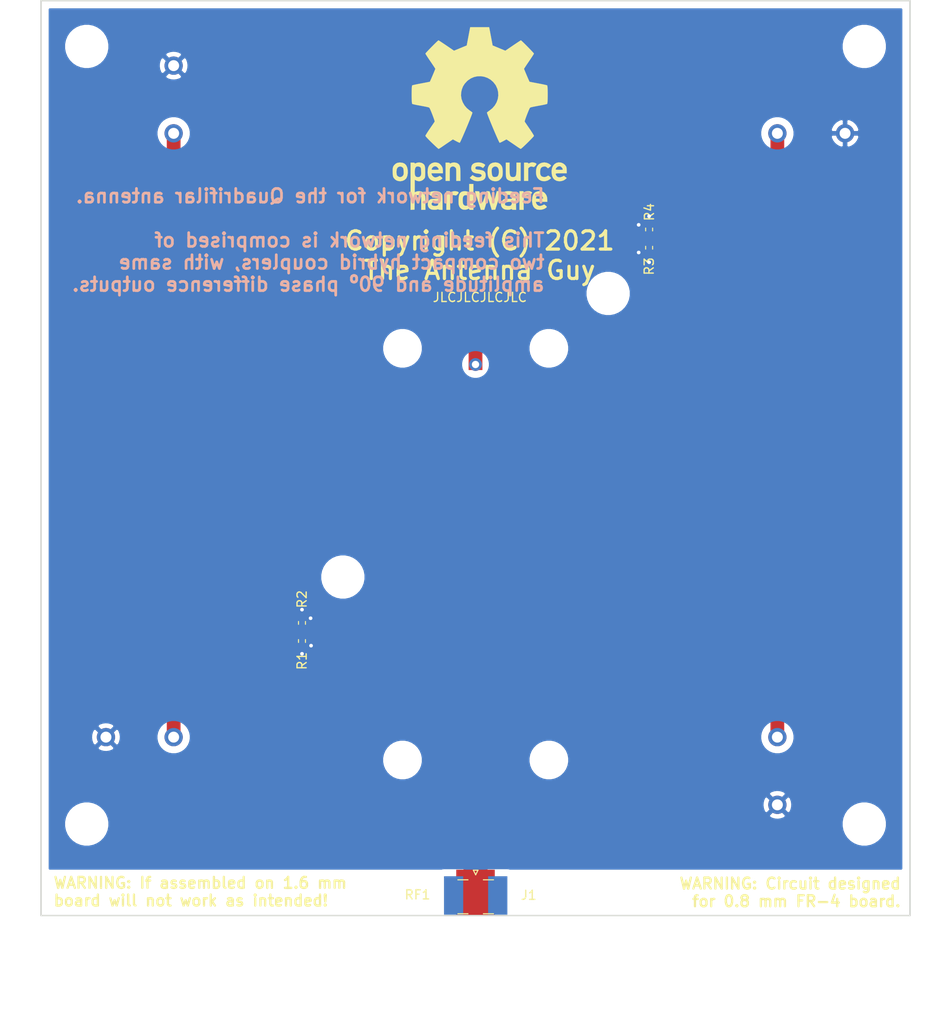
<source format=kicad_pcb>
(kicad_pcb (version 20211014) (generator pcbnew)
  (title_block (title "Quadrifilar antenna for UHF RFID - Part B") (rev "1.0") (company "The Antenna Guy"))
  (layers (0 "F.Cu" signal) (31 "B.Cu" signal) (34 "B.Paste" user) (35 "F.Paste" user) (36 "B.SilkS" user "B.Silkscreen") (37 "F.SilkS" user "F.Silkscreen") (38 "B.Mask" user) (39 "F.Mask" user) (44 "Edge.Cuts" user))
  (net 0 "")
  (net 1 "Net-(J1-Pad1)")
  (net 2 "GND")
  (net 3 "Net-(R1-Pad2)")
  (net 4 "Net-(R3-Pad1)")
  (net 5 "Net-(RF1-Pad7)")
  (net 6 "Net-(RF1-Pad6)")
  (net 7 "Net-(RF1-Pad5)")
  (net 8 "Net-(RF1-Pad4)")
  (net 9 "Net-(J1-Pad2)")
  (footprint "Resistor_SMD:R_0402_1005Metric" (layer "F.Cu") (at 127.254 95.4278 -90)
    (fp_text reference "R2" (at -2.5908 0 90) (layer "F.SilkS"))
    (fp_text value "100")
    (fp_line (start -0.153641 0.38) (end 0.153641 0.38) (layer "F.SilkS") (width 0.12))
    (fp_line (start -0.153641 -0.38) (end 0.153641 -0.38) (layer "F.SilkS") (width 0.12))
    (pad "1" smd roundrect locked (at -0.51 0 270) (size 0.54 0.64) (layers "F.Cu" "F.Paste" "F.Mask") (net 2 "GND"))
    (pad "2" smd roundrect locked (at 0.51 0 270) (size 0.54 0.64) (layers "F.Cu" "F.Paste" "F.Mask") (net 3 "Net-(R1-Pad2)"))
  )
  (footprint "Resistor_SMD:R_0402_1005Metric" (layer "F.Cu") (at 165.2016 54.4195 -90)
    (fp_text reference "R3" (at 2.032 0 90) (layer "F.SilkS"))
    (fp_text value "100")
    (fp_line (start -0.153641 -0.38) (end 0.153641 -0.38) (layer "F.SilkS") (width 0.12))
    (fp_line (start -0.153641 0.38) (end 0.153641 0.38) (layer "F.SilkS") (width 0.12))
    (pad "1" smd roundrect locked (at -0.51 0 270) (size 0.54 0.64) (layers "F.Cu" "F.Paste" "F.Mask") (net 4 "Net-(R3-Pad1)"))
    (pad "2" smd roundrect locked (at 0.51 0 270) (size 0.54 0.64) (layers "F.Cu" "F.Paste" "F.Mask") (net 2 "GND"))
  )
  (footprint "Resistor_SMD:R_0402_1005Metric" (layer "F.Cu") (at 165.2016 52.4256 90)
    (fp_text reference "R4" (at 1.905 0.0254 90) (layer "F.SilkS"))
    (fp_text value "100")
    (fp_line (start -0.153641 0.38) (end 0.153641 0.38) (layer "F.SilkS") (width 0.12))
    (fp_line (start -0.153641 -0.38) (end 0.153641 -0.38) (layer "F.SilkS") (width 0.12))
    (pad "1" smd roundrect locked (at -0.51 0 90) (size 0.54 0.64) (layers "F.Cu" "F.Paste" "F.Mask") (net 4 "Net-(R3-Pad1)"))
    (pad "2" smd roundrect locked (at 0.51 0 90) (size 0.54 0.64) (layers "F.Cu" "F.Paste" "F.Mask") (net 2 "GND"))
  )
  (footprint "Quadrifilar_antenna:feed_network" (layer "F.Cu") (at 146.084 73.494)
    (fp_text reference "RF1" (at -6.2062 51.6518) (layer "F.SilkS"))
    (fp_text value "feed_network")
    (fp_poly (pts (xy 26.138 -20.078) (xy 23.638 -20.078) (xy 23.638 -41.514238) (xy 26.138 -41.814238)) (layer "F.Cu") (width 0.01) (fill solid))
    (fp_poly (pts (xy 26.138 44.658238) (xy 23.638 44.358238) (xy 23.638 22.922) (xy 26.138 22.922)) (layer "F.Cu") (width 0.01) (fill solid))
    (fp_poly (pts (xy -19.862 -20.078) (xy -22.362 -20.078) (xy -22.362 -41.514238) (xy -23.362 -41.514238) (xy -25.862 -41.814238) (xy -19.862 -41.814238)) (layer "F.Cu") (width 0.01) (fill solid))
    (fp_poly (pts (xy 22.638 44.358238) (xy 23.638 44.358238) (xy 26.138 44.658238) (xy 20.138 44.658238) (xy 20.138 22.922) (xy 22.638 22.922)) (layer "F.Cu") (width 0.01) (fill solid))
    (fp_poly (pts (xy -23.362 -41.514238) (xy -23.362 -20.078) (xy -25.862 -20.078) (xy -25.862 -41.814238)) (layer "F.Cu") (width 0.01) (fill solid))
    (fp_poly (pts (xy 0.888 -5.710476) (xy -0.612 -5.710476) (xy -0.612 -19.328) (xy -21.512 -19.328) (xy -21.512 -20.828) (xy 0.888 -20.828)) (layer "F.Cu") (width 0.01) (fill solid))
    (fp_poly (pts (xy -32.112 -20.828) (xy -24.212 -20.828) (xy -24.212 -19.328) (xy -33.612 -19.328) (xy -33.612 -32.178) (xy -32.112 -32.178)) (layer "F.Cu") (width 0.01) (fill solid))
    (fp_poly (pts (xy 25.238 22.922) (xy 23.738 22.922) (xy 23.738 -20.078) (xy 25.238 -20.078)) (layer "F.Cu") (width 0.01) (fill solid))
    (fp_poly (pts (xy -19.862 44.658238) (xy -22.362 44.358238) (xy -22.362 22.922) (xy -19.862 22.922)) (layer "F.Cu") (width 0.01) (fill solid))
    (fp_poly (pts (xy 33.888 -19.328) (xy 24.488 -19.328) (xy 24.488 -20.828) (xy 32.388 -20.828) (xy 32.388 -32.178) (xy 33.888 -32.178)) (layer "F.Cu") (width 0.01) (fill solid))
    (fp_poly (pts (xy 22.538 22.922) (xy 21.038 22.922) (xy 21.038 -20.078) (xy 22.538 -20.078)) (layer "F.Cu") (width 0.01) (fill solid))
    (fp_poly (pts (xy 1.438 48.922) (xy 2.238 48.922) (xy 2.238 53.922) (xy -1.962 53.922) (xy -1.962 48.922) (xy -1.162 48.922) (xy -1.162 4.922) (xy 1.438 4.922)) (layer "F.Cu") (width 0.01) (fill solid))
    (fp_poly (pts (xy 23.638 -41.514238) (xy 22.638 -41.514238) (xy 22.638 -20.078) (xy 20.138 -20.078) (xy 20.138 -41.814238) (xy 26.138 -41.814238)) (layer "F.Cu") (width 0.01) (fill solid))
    (fp_poly (pts (xy -24.212 23.672) (xy -32.112 23.672) (xy -32.112 35.022) (xy -33.612 35.022) (xy -33.612 22.172) (xy -24.212 22.172)) (layer "F.Cu") (width 0.01) (fill solid))
    (fp_poly (pts (xy -23.462 22.922) (xy -24.962 22.922) (xy -24.962 -20.078) (xy -23.462 -20.078)) (layer "F.Cu") (width 0.01) (fill solid))
    (fp_poly (pts (xy 21.788 -19.328) (xy 18.788 -19.328) (xy 18.788 -20.828) (xy 21.788 -20.828)) (layer "F.Cu") (width 0.01) (fill solid))
    (fp_poly (pts (xy -23.362 44.358238) (xy -22.362 44.358238) (xy -19.862 44.658238) (xy -25.862 44.658238) (xy -25.862 22.922) (xy -23.362 22.922)) (layer "F.Cu") (width 0.01) (fill solid))
    (fp_poly (pts (xy 11.288 22.172) (xy 21.788 22.172) (xy 21.788 23.672) (xy 9.788 23.672) (xy 9.788 0.805762) (xy 0.888 0.805762) (xy 0.888 4.922) (xy -0.612 4.922) (xy -0.612 -0.694238) (xy 11.288 -0.694238)) (layer "F.Cu") (width 0.01) (fill solid))
    (fp_poly (pts (xy -20.762 22.922) (xy -22.262 22.922) (xy -22.262 -20.078) (xy -20.762 -20.078)) (layer "F.Cu") (width 0.01) (fill solid))
    (fp_poly (pts (xy 33.888 35.022) (xy 32.388 35.022) (xy 32.388 23.672) (xy 24.488 23.672) (xy 24.488 22.172) (xy 33.888 22.172)) (layer "F.Cu") (width 0.01) (fill solid))
    (fp_poly (pts (xy -18.512 23.672) (xy -21.512 23.672) (xy -21.512 22.172) (xy -18.512 22.172)) (layer "F.Cu") (width 0.01) (fill solid))
    (pad "1" smd rect locked (at 0.138 53.126) (size 1.524 1.524) (layers "F.Cu" "F.Paste" "F.Mask") (net 1 "Net-(J1-Pad1)"))
    (pad "2" smd rect locked (at -18.76044 22.90572) (size 0.5 1) (layers "F.Cu" "F.Paste" "F.Mask") (net 3 "Net-(R1-Pad2)"))
    (pad "3" smd rect locked (at 19.05 -20.066) (size 0.5 1) (layers "F.Cu" "F.Paste" "F.Mask") (net 4 "Net-(R3-Pad1)"))
    (pad "4" thru_hole circle locked (at -32.862 -31.578) (size 2 2) (drill 1.2) (layers *.Cu *.Mask) (net 8 "Net-(RF1-Pad4)"))
    (pad "5" thru_hole circle locked (at 33.138 -31.578) (size 2 2) (drill 1.2) (layers *.Cu *.Mask) (net 7 "Net-(RF1-Pad5)"))
    (pad "6" thru_hole circle locked (at 33.138 34.422) (size 2 2) (drill 1.2) (layers *.Cu *.Mask) (net 6 "Net-(RF1-Pad6)"))
    (pad "7" thru_hole circle locked (at -32.862 34.422) (size 2 2) (drill 1.2) (layers *.Cu *.Mask) (net 5 "Net-(RF1-Pad7)"))
    (pad "8" thru_hole circle locked (at 0.138 -6.310476) (size 1.4 1.4) (drill 0.8) (layers *.Cu *.Mask))
    (pad "9" thru_hole circle locked (at -32.862 -38.978) (size 2 2) (drill 1.2) (layers *.Cu *.Mask) (net 2 "GND"))
    (pad "10" thru_hole oval locked (at 40.538 -31.578) (size 2 2) (drill 1.2) (layers *.Cu *.Mask) (net 2 "GND"))
    (pad "11" thru_hole circle locked (at 33.138 41.822) (size 2 2) (drill 1.2) (layers *.Cu *.Mask) (net 2 "GND"))
    (pad "12" thru_hole circle locked (at -40.262 34.422) (size 2 2) (drill 1.2) (layers *.Cu *.Mask) (net 2 "GND"))
  )
  (footprint "Quadrifilar_antenna:SMA_Samtec_J-P-X-ST-EM1-Removed_top_pads" (layer "F.Cu") (at 146.2405 125.222)
    (fp_text reference "J1" (at 5.8039 -0.0254) (layer "F.SilkS"))
    (fp_text value "SMA")
    (fp_line (start 0 -2.26) (end 0.25 -2.76) (layer "F.SilkS") (width 0.12))
    (fp_line (start 0.84 -1.71) (end 1.95 -1.71) (layer "F.SilkS") (width 0.12))
    (fp_line (start -1.95 2) (end -0.84 2) (layer "F.SilkS") (width 0.12))
    (fp_line (start 0.84 2) (end 1.95 2) (layer "F.SilkS") (width 0.12))
    (fp_line (start 0.25 -2.76) (end -0.25 -2.76) (layer "F.SilkS") (width 0.12))
    (fp_line (start -1.95 -1.71) (end -0.84 -1.71) (layer "F.SilkS") (width 0.12))
    (fp_line (start -0.25 -2.76) (end 0 -2.26) (layer "F.SilkS") (width 0.12))
    (pad "1" smd rect locked (at 0 0.2) (size 1.27 3.6) (layers "F.Cu" "F.Paste" "F.Mask") (net 1 "Net-(J1-Pad1)"))
    (pad "2" smd rect locked (at -2.413 0) (size 2.1 4.2) (layers "B.Cu" "B.Paste" "B.Mask") (net 9 "Net-(J1-Pad2)"))
    (pad "2" smd rect locked (at 2.413 0) (size 2.1 4.2) (layers "B.Cu" "B.Paste" "B.Mask") (net 9 "Net-(J1-Pad2)"))
  )
  (footprint "Resistor_SMD:R_0402_1005Metric" (layer "F.Cu") (at 127.254 97.409 90)
    (fp_text reference "R1" (at -2.1844 0 90) (layer "F.SilkS"))
    (fp_text value "100")
    (fp_line (start -0.153641 0.38) (end 0.153641 0.38) (layer "F.SilkS") (width 0.12))
    (fp_line (start -0.153641 -0.38) (end 0.153641 -0.38) (layer "F.SilkS") (width 0.12))
    (pad "1" smd roundrect locked (at -0.51 0 90) (size 0.54 0.64) (layers "F.Cu" "F.Paste" "F.Mask") (net 2 "GND"))
    (pad "2" smd roundrect locked (at 0.51 0 90) (size 0.54 0.64) (layers "F.Cu" "F.Paste" "F.Mask") (net 3 "Net-(R1-Pad2)"))
  )
  (footprint "Symbol:OSHW-Logo_19x20mm_SilkScreen" (layer "F.Cu") (at 146.657063 40.2844)
    (fp_text reference "REF**" hide)
    (fp_text value "OSHW-Logo_19x20mm_SilkScreen" hide)
    (fp_poly (pts (xy -6.320808 4.865166) (xy -6.233015 4.90854) (xy -6.124751 4.984122) (xy -6.045845 5.066542) (xy -5.991805 5.170037) (xy -5.958141 5.308843) (xy -5.940363 5.497194) (xy -5.93398 5.749328) (xy -5.933607 5.857724) (xy -5.934696 6.095287) (xy -5.939222 6.265068) (xy -5.949068 6.38255) (xy -5.966118 6.463215) (xy -5.992259 6.522545) (xy -6.019458 6.56302) (xy -6.19308 6.735225) (xy -6.397538 6.838806) (xy -6.618104 6.86996) (xy -6.840046 6.824885) (xy -6.91036 6.793009) (xy -7.078689 6.705271) (xy -7.078689 8.080172) (xy -6.955838 8.016643) (xy -6.793967 7.967491) (xy -6.595005 7.9549) (xy -6.396328 7.978147) (xy -6.24629 8.03037) (xy -6.121841 8.129826) (xy -6.015508 8.272143) (xy -6.007513 8.286755) (xy -5.973793 8.355582) (xy -5.949166 8.424956) (xy -5.932214 8.508996) (xy -5.921519 8.621816) (xy -5.915662 8.777533) (xy -5.913227 8.990265) (xy -5.912787 9.229664) (xy -5.912787 9.993443) (xy -6.37082 9.993443) (xy -6.37082 8.585108) (xy -6.498933 8.477308) (xy -6.632018 8.391079) (xy -6.758048 8.375401) (xy -6.884778 8.415747) (xy -6.952317 8.455254) (xy -7.002586 8.511527) (xy -7.038338 8.596572) (xy -7.062328 8.722394) (xy -7.077311 8.900998) (xy -7.08604 9.144391) (xy -7.089114 9.306394) (xy -7.099508 9.972623) (xy -7.318115 9.985209) (xy -7.536721 9.997795) (xy -7.536721 5.863464) (xy -7.078689 5.863464) (xy -7.067011 6.093953) (xy -7.027662 6.25395) (xy -6.954166 6.353497) (xy -6.840049 6.402639) (xy -6.724754 6.412459) (xy -6.594238 6.401175) (xy -6.507617 6.356764) (xy -6.453451 6.298081) (xy -6.41081 6.234962) (xy -6.385426 6.164645) (xy -6.374131 6.066123) (xy -6.37376 5.918387) (xy -6.37756 5.794683) (xy -6.386288 5.608328) (xy -6.39928 5.485982) (xy -6.421159 5.408377) (xy -6.456546 5.356245) (xy -6.489941 5.326111) (xy -6.629475 5.260399) (xy -6.794619 5.249787) (xy -6.889446 5.272423) (xy -6.983334 5.352881) (xy -7.045526 5.509392) (xy -7.075669 5.740852) (xy -7.078689 5.863464) (xy -7.536721 5.863464) (xy -7.536721 4.830164) (xy -7.307705 4.830164) (xy -7.170206 4.835602) (xy -7.099267 4.854909) (xy -7.078697 4.892576) (xy -7.078689 4.893692) (xy -7.069145 4.930581) (xy -7.027051 4.926393) (xy -6.943361 4.885859) (xy -6.748354 4.82385) (xy -6.528954 4.817332) (xy -6.320808 4.865166)) (layer "F.SilkS") (width 0.01) (fill solid))
    (fp_poly (pts (xy 3.43867 7.96548) (xy 3.614179 8.008109) (xy 3.664912 8.030693) (xy 3.763254 8.089847) (xy 3.838727 8.156472) (xy 3.894571 8.242135) (xy 3.934026 8.358405) (xy 3.960332 8.516848) (xy 3.976729 8.729034) (xy 3.986457 9.006529) (xy 3.990151 9.191885) (xy 4.003745 9.993443) (xy 3.771544 9.993443) (xy 3.630677 9.987536) (xy 3.558102 9.96735) (xy 3.539344 9.933453) (xy 3.529441 9.896799) (xy 3.485166 9.903807) (xy 3.424836 9.933197) (xy 3.273803 9.978246) (xy 3.079693 9.990385) (xy 2.875531 9.970529) (xy 2.69434 9.919592) (xy 2.678089 9.912522) (xy 2.512491 9.796188) (xy 2.403324 9.634467) (xy 2.353091 9.44543) (xy 2.356928 9.377515) (xy 2.766763 9.377515) (xy 2.802875 9.468914) (xy 2.909942 9.534411) (xy 3.082684 9.569563) (xy 3.175 9.574231) (xy 3.32885 9.562282) (xy 3.431115 9.515844) (xy 3.456066 9.493771) (xy 3.523661 9.373681) (xy 3.539344 9.264754) (xy 3.539344 9.119017) (xy 3.336352 9.119017) (xy 3.100387 9.131043) (xy 2.934881 9.168871) (xy 2.830305 9.235121) (xy 2.806891 9.264656) (xy 2.766763 9.377515) (xy 2.356928 9.377515) (xy 2.364295 9.247148) (xy 2.43944 9.057692) (xy 2.541968 8.929656) (xy 2.604065 8.874302) (xy 2.664855 8.837924) (xy 2.743952 8.815744) (xy 2.860971 8.802982) (xy 3.035527 8.794857) (xy 3.104763 8.792521) (xy 3.539344 8.778321) (xy 3.538707 8.646784) (xy 3.521876 8.508519) (xy 3.461026 8.424917) (xy 3.338095 8.371507) (xy 3.334797 8.370555) (xy 3.160504 8.349555) (xy 2.989952 8.376985) (xy 2.8632 8.443689) (xy 2.812342 8.476625) (xy 2.757565 8.472068) (xy 2.673272 8.424349) (xy 2.623773 8.390671) (xy 2.526955 8.318716) (xy 2.466982 8.264779) (xy 2.457359 8.249337) (xy 2.496985 8.169424) (xy 2.614064 8.073989) (xy 2.664918 8.041789) (xy 2.811113 7.986332) (xy 3.008137 7.954913) (xy 3.226989 7.947855) (xy 3.43867 7.96548)) (layer "F.SilkS") (width 0.01) (fill solid))
    (fp_poly (pts (xy -2.496892 4.864563) (xy -2.39326 4.914062) (xy -2.292894 4.985561) (xy -2.216432 5.067853) (xy -2.160738 5.172811) (xy -2.122677 5.312313) (xy -2.099115 5.498233) (xy -2.086915 5.742448) (xy -2.082944 6.056833) (xy -2.082882 6.089754) (xy -2.081967 6.828853) (xy -2.54 6.828853) (xy -2.54 6.147481) (xy -2.540326 5.89505) (xy -2.542581 5.712093) (xy -2.548681 5.584807) (xy -2.560541 5.499386) (xy -2.580076 5.442026) (xy -2.609203 5.398924) (xy -2.649776 5.356334) (xy -2.791731 5.264824) (xy -2.946694 5.247843) (xy -3.094323 5.305701) (xy -3.145663 5.348763) (xy -3.183353 5.389249) (xy -3.210413 5.432607) (xy -3.228603 5.492463) (xy -3.239684 5.582441) (xy -3.245414 5.716168) (xy -3.247556 5.90727) (xy -3.247869 6.139911) (xy -3.247869 6.828853) (xy -3.705902 6.828853) (xy -3.705902 4.830164) (xy -3.476885 4.830164) (xy -3.339386 4.835602) (xy -3.268447 4.854909) (xy -3.247878 4.892576) (xy -3.247869 4.893692) (xy -3.238325 4.930581) (xy -3.196233 4.926395) (xy -3.112541 4.885861) (xy -2.922727 4.826224) (xy -2.705599 4.819591) (xy -2.496892 4.864563)) (layer "F.SilkS") (width 0.01) (fill solid))
    (fp_poly (pts (xy 7.342288 4.847602) (xy 7.583543 4.95009) (xy 7.659531 4.999981) (xy 7.756648 5.076651) (xy 7.817612 5.136936) (xy 7.828197 5.156571) (xy 7.798308 5.200142) (xy 7.721819 5.274077) (xy 7.660582 5.325679) (xy 7.492967 5.460378) (xy 7.360614 5.34901) (xy 7.258336 5.277113) (xy 7.15861 5.252296) (xy 7.044475 5.258357) (xy 6.863234 5.303418) (xy 6.738475 5.396949) (xy 6.662658 5.548154) (xy 6.62824 5.766236) (xy 6.628231 5.766373) (xy 6.631208 6.010124) (xy 6.677467 6.188966) (xy 6.769742 6.31073) (xy 6.83265 6.351964) (xy 6.999717 6.403311) (xy 7.178162 6.403342) (xy 7.333415 6.353522) (xy 7.370164 6.32918) (xy 7.46233 6.267004) (xy 7.534387 6.256813) (xy 7.612102 6.303092) (xy 7.698018 6.386212) (xy 7.834011 6.526521) (xy 7.683023 6.650978) (xy 7.44974 6.791443) (xy 7.186673 6.860666) (xy 6.91176 6.855653) (xy 6.731216 6.809755) (xy 6.520194 6.696249) (xy 6.351426 6.517685) (xy 6.274753 6.391639) (xy 6.212654 6.210791) (xy 6.181581 5.981745) (xy 6.181342 5.73351) (xy 6.211743 5.495093) (xy 6.272592 5.295503) (xy 6.282176 5.275039) (xy 6.424102 5.074341) (xy 6.616259 4.928217) (xy 6.843464 4.839698) (xy 7.090535 4.811815) (xy 7.342288 4.847602)) (layer "F.SilkS") (width 0.01) (fill solid))
    (fp_poly (pts (xy 5.958869 4.828231) (xy 6.102092 4.871989) (xy 6.194306 4.92728) (xy 6.224344 4.971004) (xy 6.216076 5.022834) (xy 6.162427 5.104259) (xy 6.117063 5.161927) (xy 6.023546 5.266182) (xy 5.953287 5.310045) (xy 5.893393 5.307182) (xy 5.71572 5.261967) (xy 5.585234 5.26402) (xy 5.479273 5.315261) (xy 5.4437 5.345252) (xy 5.329836 5.450778) (xy 5.329836 6.828853) (xy 4.871803 6.828853) (xy 4.871803 4.830164) (xy 5.10082 4.830164) (xy 5.238318 4.835602) (xy 5.309258 4.854909) (xy 5.329827 4.892576) (xy 5.329836 4.893692) (xy 5.33955 4.933146) (xy 5.383478 4.928) (xy 5.444344 4.899536) (xy 5.570054 4.846569) (xy 5.672134 4.814703) (xy 5.80348 4.806533) (xy 5.958869 4.828231)) (layer "F.SilkS") (width 0.01) (fill solid))
    (fp_poly (pts (xy 6.730842 7.963999) (xy 6.929876 8.015746) (xy 7.096561 8.122544) (xy 7.177269 8.202326) (xy 7.309568 8.390931) (xy 7.38539 8.60972) (xy 7.411438 8.878668) (xy 7.411571 8.90041) (xy 7.411803 9.119017) (xy 6.153595 9.119017) (xy 6.180415 9.233525) (xy 6.228841 9.337232) (xy 6.313596 9.44529) (xy 6.331323 9.462541) (xy 6.48368 9.555904) (xy 6.657424 9.571738) (xy 6.857411 9.510313) (xy 6.891311 9.493771) (xy 6.995288 9.443484) (xy 7.064931 9.414834) (xy 7.077083 9.412184) (xy 7.119501 9.437913) (xy 7.200399 9.500861) (xy 7.241465 9.535259) (xy 7.32656 9.614276) (xy 7.354503 9.666451) (xy 7.33511 9.714446) (xy 7.324743 9.72757) (xy 7.254531 9.785008) (xy 7.138674 9.854813) (xy 7.057869 9.895564) (xy 6.828501 9.967362) (xy 6.574564 9.990625) (xy 6.334074 9.963059) (xy 6.266721 9.943321) (xy 6.058262 9.831612) (xy 5.903746 9.659721) (xy 5.802278 9.425979) (xy 5.752965 9.128716) (xy 5.747551 8.973279) (xy 5.763359 8.746973) (xy 6.162623 8.746973) (xy 6.20124 8.763702) (xy 6.305042 8.776829) (xy 6.455956 8.784575) (xy 6.558197 8.785902) (xy 6.742101 8.784623) (xy 6.858174 8.778638) (xy 6.921852 8.764724) (xy 6.948567 8.739655) (xy 6.95377 8.70328) (xy 6.918073 8.591229) (xy 6.828196 8.480488) (xy 6.709966 8.395489) (xy 6.59169 8.360718) (xy 6.431044 8.391563) (xy 6.291978 8.480732) (xy 6.195557 8.609263) (xy 6.162623 8.746973) (xy 5.763359 8.746973) (xy 5.770572 8.643733) (xy 5.841624 8.381175) (xy 5.96221 8.183525) (xy 6.133834 8.048702) (xy 6.357998 7.974626) (xy 6.479438 7.96036) (xy 6.730842 7.963999)) (layer "F.SilkS") (width 0.01) (fill solid))
    (fp_poly (pts (xy -4.583779 7.969247) (xy -4.387889 8.021514) (xy -4.238767 8.116253) (xy -4.133535 8.240338) (xy -4.100821 8.293296) (xy -4.076669 8.348768) (xy -4.059784 8.41973) (xy -4.048873 8.519154) (xy -4.04264 8.660016) (xy -4.039791 8.855289) (xy -4.039032 9.117948) (xy -4.039016 9.187633) (xy -4.039016 9.993443) (xy -4.238885 9.993443) (xy -4.36637 9.984515) (xy -4.460634 9.961896) (xy -4.484251 9.947946) (xy -4.548815 9.92387) (xy -4.614759 9.947946) (xy -4.723332 9.978003) (xy -4.881042 9.9901) (xy -5.055844 9.984851) (xy -5.215693 9.962869) (xy -5.309016 9.934663) (xy -5.489609 9.818731) (xy -5.60247 9.657847) (xy -5.653209 9.443936) (xy -5.65368 9.438443) (xy -5.649227 9.343547) (xy -5.246557 9.343547) (xy -5.211354 9.451484) (xy -5.154014 9.512229) (xy -5.038913 9.558172) (xy -4.886986 9.576512) (xy -4.732061 9.567485) (xy -4.607964 9.531332) (xy -4.573197 9.508137) (xy -4.512444 9.40096) (xy -4.497049 9.27912) (xy -4.497049 9.119017) (xy -4.727403 9.119017) (xy -4.946241 9.135863) (xy -5.112137 9.183593) (xy -5.215338 9.257986) (xy -5.246557 9.343547) (xy -5.649227 9.343547) (xy -5.642713 9.204731) (xy -5.565631 9.019946) (xy -5.420714 8.880206) (xy -5.400683 8.867495) (xy -5.31461 8.826105) (xy -5.208073 8.801041) (xy -5.059141 8.788858) (xy -4.882213 8.786057) (xy -4.497049 8.785902) (xy -4.497049 8.624443) (xy -4.513387 8.499168) (xy -4.555078 8.415241) (xy -4.559959 8.410773) (xy -4.652736 8.374059) (xy -4.792784 8.359828) (xy -4.947555 8.366821) (xy -5.084499 8.39378) (xy -5.165759 8.434212) (xy -5.20979 8.466601) (xy -5.256285 8.472784) (xy -5.320451 8.446248) (xy -5.417495 8.380479) (xy -5.562626 8.268963) (xy -5.575947 8.258516) (xy -5.569121 8.219862) (xy -5.512178 8.155572) (xy -5.42563 8.084131) (xy -5.329992 8.024021) (xy -5.299944 8.009827) (xy -5.190341 7.981503) (xy -5.029735 7.9613) (xy -4.850302 7.953196) (xy -4.841911 7.95318) (xy -4.583779 7.969247)) (layer "F.SilkS") (width 0.01) (fill solid))
    (fp_poly (pts (xy 1.096942 7.973935) (xy 1.312248 8.619344) (xy 1.527555 9.264754) (xy 1.595064 9.035738) (xy 1.635691 8.894204) (xy 1.689133 8.702936) (xy 1.746842 8.492693) (xy 1.777355 8.379918) (xy 1.892136 7.953115) (xy 2.365687 7.953115) (xy 2.224139 8.400738) (xy 2.154433 8.620903) (xy 2.070223 8.886471) (xy 1.982281 9.163492) (xy 1.903772 9.410492) (xy 1.724952 9.972623) (xy 1.531882 9.985185) (xy 1.338811 9.997746) (xy 1.234118 9.65207) (xy 1.169553 9.437335) (xy 1.099092 9.200604) (xy 1.037511 8.991526) (xy 1.035081 8.983205) (xy 0.989085 8.841537) (xy 0.948503 8.744874) (xy 0.92008 8.708321) (xy 0.914239 8.712549) (xy 0.893738 8.769217) (xy 0.854785 8.890605) (xy 0.802122 9.061448) (xy 0.740491 9.266482) (xy 0.707143 9.379262) (xy 0.526546 9.993443) (xy 0.143267 9.993443) (xy -0.163133 9.025328) (xy -0.249209 8.753759) (xy -0.32762 8.507138) (xy -0.394661 8.297048) (xy -0.446631 8.135076) (xy -0.479826 8.032808) (xy -0.489916 8.002928) (xy -0.481928 7.972334) (xy -0.419208 7.958935) (xy -0.288685 7.960275) (xy -0.268253 7.961288) (xy -0.026208 7.973935) (xy 0.132317 8.556885) (xy 0.190585 8.769486) (xy 0.242655 8.956377) (xy 0.283944 9.101331) (xy 0.309866 9.18812) (xy 0.314656 9.202269) (xy 0.334504 9.185998) (xy 0.37453 9.101697) (xy 0.430138 8.960842) (xy 0.496731 8.774911) (xy 0.553024 8.606956) (xy 0.767578 7.949209) (xy 1.096942 7.973935)) (layer "F.SilkS") (width 0.01) (fill solid))
    (fp_poly (pts (xy -4.492675 4.876526) (xy -4.451181 4.896061) (xy -4.307566 5.001263) (xy -4.171764 5.154793) (xy -4.070362 5.323845) (xy -4.04152 5.401567) (xy -4.015206 5.540398) (xy -3.999515 5.708177) (xy -3.997609 5.777459) (xy -3.997377 5.996066) (xy -5.255585 5.996066) (xy -5.228766 6.110574) (xy -5.162934 6.246004) (xy -5.047839 6.363046) (xy -4.910913 6.438442) (xy -4.823658 6.454098) (xy -4.705328 6.435099) (xy -4.564149 6.387446) (xy -4.516189 6.365521) (xy -4.338829 6.276944) (xy -4.18747 6.392391) (xy -4.100131 6.470474) (xy -4.053658 6.534922) (xy -4.051305 6.553837) (xy -4.092822 6.599681) (xy -4.18381 6.669349) (xy -4.266395 6.7237) (xy -4.489249 6.821405) (xy -4.739087 6.865628) (xy -4.98671 6.85413) (xy -5.184098 6.794029) (xy -5.387576 6.665284) (xy -5.532179 6.495774) (xy -5.622639 6.276462) (xy -5.663689 5.998309) (xy -5.667329 5.871034) (xy -5.652761 5.579375) (xy -5.650972 5.570891) (xy -5.234059 5.570891) (xy -5.222577 5.598242) (xy -5.175384 5.613324) (xy -5.078049 5.619788) (xy -4.916136 5.621285) (xy -4.85379 5.621312) (xy -4.664103 5.619052) (xy -4.543811 5.610844) (xy -4.479116 5.59455) (xy -4.45622 5.568027) (xy -4.45541 5.55951) (xy -4.48154 5.491825) (xy -4.546937 5.397005) (xy -4.575052 5.363805) (xy -4.679426 5.269906) (xy -4.788225 5.232988) (xy -4.846843 5.229902) (xy -5.005426 5.268493) (xy -5.138413 5.372155) (xy -5.222772 5.522717) (xy -5.224267 5.527623) (xy -5.234059 5.570891) (xy -5.650972 5.570891) (xy -5.604316 5.349722) (xy -5.517045 5.165983) (xy -5.410311 5.035557) (xy -5.21298 4.894131) (xy -4.981015 4.818556) (xy -4.734288 4.811724) (xy -4.492675 4.876526)) (layer "F.SilkS") (width 0.01) (fill solid))
    (fp_poly (pts (xy 5.415107 7.95246) (xy 5.575182 7.984017) (xy 5.666312 8.030743) (xy 5.762179 8.10837) (xy 5.625787 8.280579) (xy 5.541694 8.384867) (xy 5.484592 8.435746) (xy 5.427844 8.443519) (xy 5.344811 8.418488) (xy 5.305833 8.404327) (xy 5.146926 8.383433) (xy 5.001399 8.42822) (xy 4.89456 8.529399) (xy 4.877205 8.561659) (xy 4.858303 8.647115) (xy 4.843716 8.804606) (xy 4.834126 9.022969) (xy 4.830219 9.291038) (xy 4.830164 9.329172) (xy 4.830164 9.993443) (xy 4.372131 9.993443) (xy 4.372131 7.953115) (xy 4.601148 7.953115) (xy 4.733199 7.956563) (xy 4.801992 7.971907) (xy 4.82743 8.006648) (xy 4.830164 8.039416) (xy 4.830164 8.125717) (xy 4.939878 8.039416) (xy 5.06568 7.980538) (xy 5.234681 7.951426) (xy 5.415107 7.95246)) (layer "F.SilkS") (width 0.01) (fill solid))
    (fp_poly (pts (xy -0.66623 9.993443) (xy -0.895246 9.993443) (xy -1.028175 9.989546) (xy -1.097405 9.973407) (xy -1.122332 9.938354) (xy -1.124262 9.914653) (xy -1.128466 9.867123) (xy -1.154974 9.858008) (xy -1.224633 9.887308) (xy -1.278804 9.914653) (xy -1.486777 9.979451) (xy -1.712853 9.983201) (xy -1.896655 9.934873) (xy -2.067813 9.818118) (xy -2.198284 9.645781) (xy -2.269727 9.442506) (xy -2.271546 9.431141) (xy -2.282161 9.307136) (xy -2.28744 9.129117) (xy -2.287016 8.99448) (xy -1.832172 8.99448) (xy -1.821635 9.173428) (xy -1.797666 9.320924) (xy -1.765217 9.404217) (xy -1.642456 9.518041) (xy -1.496701 9.558845) (xy -1.346393 9.525848) (xy -1.217951 9.427422) (xy -1.169308 9.361224) (xy -1.140866 9.282231) (xy -1.127544 9.166926) (xy -1.124262 8.993736) (xy -1.130135 8.822229) (xy -1.145647 8.67154) (xy -1.167638 8.570698) (xy -1.171303 8.561659) (xy -1.259988 8.454195) (xy -1.389428 8.395195) (xy -1.534257 8.385669) (xy -1.669109 8.426626) (xy -1.768617 8.519076) (xy -1.77894 8.537473) (xy -1.81125 8.649646) (xy -1.828852 8.810934) (xy -1.832172 8.99448) (xy -2.287016 8.99448) (xy -2.2868 8.926212) (xy -2.283806 8.81701) (xy -2.263442 8.546856) (xy -2.221117 8.344024) (xy -2.150706 8.194077) (xy -2.046088 8.082579) (xy -1.944521 8.017127) (xy -1.802616 7.971117) (xy -1.626121 7.955336) (xy -1.445393 7.96819) (xy -1.290787 8.008081) (xy -1.209101 8.055801) (xy -1.124262 8.132579) (xy -1.124262 7.161967) (xy -0.66623 7.161967) (xy -0.66623 9.993443)) (layer "F.SilkS") (width 0.01) (fill solid))
    (fp_poly (pts (xy 8.867792 4.823019) (xy 8.974414 4.848922) (xy 9.17883 4.943772) (xy 9.353625 5.088633) (xy 9.474597 5.26232) (xy 9.491217 5.301317) (xy 9.514016 5.403465) (xy 9.529975 5.554573) (xy 9.53541 5.707301) (xy 9.53541 5.996066) (xy 8.931639 5.996066) (xy 8.682619 5.997007) (xy 8.507189 6.002723) (xy 8.395665 6.01755) (xy 8.33836 6.045827) (xy 8.325588 6.09189) (xy 8.347662 6.160077) (xy 8.387205 6.239863) (xy 8.497509 6.373017) (xy 8.650792 6.439355) (xy 8.838141 6.437194) (xy 9.050363 6.364991) (xy 9.233773 6.275883) (xy 9.385962 6.39622) (xy 9.538151 6.516558) (xy 9.394974 6.648843) (xy 9.203828 6.773832) (xy 8.968753 6.849189) (xy 8.715898 6.870278) (xy 8.471413 6.83246) (xy 8.431967 6.819628) (xy 8.21709 6.707414) (xy 8.05725 6.540118) (xy 7.94908 6.312748) (xy 7.88921 6.020308) (xy 7.888513 6.01404) (xy 7.883152 5.695332) (xy 7.904823 5.581632) (xy 8.327869 5.581632) (xy 8.366722 5.599116) (xy 8.472205 5.612508) (xy 8.627707 5.620155) (xy 8.726249 5.621312) (xy 8.910013 5.620588) (xy 9.024914 5.615983) (xy 9.085366 5.603848) (xy 9.105783 5.58053) (xy 9.100581 5.542382) (xy 9.096217 5.527623) (xy 9.021724 5.388944) (xy 8.904566 5.277179) (xy 8.801173 5.228066) (xy 8.663816 5.231032) (xy 8.524629 5.292278) (xy 8.407874 5.393683) (xy 8.33781 5.517122) (xy 8.327869 5.581632) (xy 7.904823 5.581632) (xy 7.936579 5.41502) (xy 8.042572 5.17978) (xy 8.194911 4.996284) (xy 8.387374 4.871209) (xy 8.613742 4.811229) (xy 8.867792 4.823019)) (layer "F.SilkS") (width 0.01) (fill solid))
    (fp_poly (pts (xy 0.046418 4.823003) (xy 0.2041 4.852907) (xy 0.367685 4.915452) (xy 0.385164 4.923426) (xy 0.509217 4.988656) (xy 0.595129 5.049274) (xy 0.622898 5.088106) (xy 0.596453 5.151437) (xy 0.53222 5.244881) (xy 0.503708 5.279762) (xy 0.386211 5.417066) (xy 0.234732 5.327691) (xy 0.09057 5.268152) (xy -0.076 5.236326) (xy -0.235738 5.234316) (xy -0.359406 5.264221) (xy -0.389084 5.282886) (xy -0.445602 5.368466) (xy -0.452471 5.467049) (xy -0.41018 5.544062) (xy -0.385164 5.558998) (xy -0.310204 5.577547) (xy -0.178439 5.599348) (xy -0.016009 5.62018) (xy 0.013956 5.623447) (xy 0.27484 5.668575) (xy 0.464055 5.74523) (xy 0.589543 5.860491) (xy 0.659243 6.021435) (xy 0.680956 6.218015) (xy 0.650961 6.441473) (xy 0.553559 6.616949) (xy 0.388361 6.744758) (xy 0.154977 6.825218) (xy -0.104098 6.856962) (xy -0.315367 6.85658) (xy -0.486735 6.827749) (xy -0.60377 6.787944) (xy -0.75165 6.718587) (xy -0.888313 6.638097) (xy -0.936885 6.60267) (xy -1.061803 6.500705) (xy -0.760491 6.195813) (xy -0.589204 6.309165) (xy -0.417406 6.3943) (xy -0.233952 6.43883) (xy -0.057603 6.443528) (xy 0.092881 6.40917) (xy 0.19874 6.336529) (xy 0.232921 6.275238) (xy 0.227794 6.176941) (xy 0.142857 6.101773) (xy -0.021657 6.049866) (xy -0.201899 6.025875) (xy -0.479291 5.980104) (xy -0.685365 5.893748) (xy -0.822878 5.76428) (xy -0.894587 5.589172) (xy -0.904521 5.381565) (xy -0.855452 5.164714) (xy -0.74358 5.000805) (xy -0.567903 4.889088) (xy -0.327419 4.828814) (xy -0.149257 4.816999) (xy 0.046418 4.823003)) (layer "F.SilkS") (width 0.01) (fill solid))
    (fp_poly (pts (xy -8.40539 4.851802) (xy -8.187553 4.948108) (xy -8.022184 5.108919) (xy -7.909043 5.334482) (xy -7.847888 5.625042) (xy -7.843505 5.670408) (xy -7.84007 5.990256) (xy -7.884602 6.270614) (xy -7.974391 6.497847) (xy -8.022471 6.570941) (xy -8.189945 6.725643) (xy -8.403232 6.825838) (xy -8.641846 6.867418) (xy -8.885303 6.846272) (xy -9.07037 6.781145) (xy -9.229521 6.671393) (xy -9.359596 6.527496) (xy -9.361846 6.52413) (xy -9.41467 6.435314) (xy -9.448999 6.346005) (xy -9.469788 6.233294) (xy -9.481991 6.074273) (xy -9.487367 5.943868) (xy -9.489605 5.825611) (xy -9.073294 5.825611) (xy -9.069225 5.943335) (xy -9.054455 6.100049) (xy -9.028398 6.200621) (xy -8.981407 6.272173) (xy -8.937397 6.313971) (xy -8.781377 6.401484) (xy -8.618131 6.413179) (xy -8.466096 6.350212) (xy -8.39008 6.279653) (xy -8.335303 6.20855) (xy -8.303263 6.140512) (xy -8.2892 6.051967) (xy -8.288358 5.919339) (xy -8.292691 5.797195) (xy -8.302011 5.62271) (xy -8.316788 5.509538) (xy -8.34342 5.435721) (xy -8.388309 5.379298) (xy -8.42388 5.34705) (xy -8.572671 5.26234) (xy -8.733187 5.258117) (xy -8.86778 5.308292) (xy -8.9826 5.413075) (xy -9.051004 5.585198) (xy -9.073294 5.825611) (xy -9.489605 5.825611) (xy -9.492276 5.684548) (xy -9.483893 5.49061) (xy -9.458772 5.344745) (xy -9.413468 5.229641) (xy -9.344536 5.127986) (xy -9.318978 5.097802) (xy -9.159175 4.947412) (xy -8.987769 4.859566) (xy -8.778151 4.822762) (xy -8.675936 4.819754) (xy -8.40539 4.851802)) (layer "F.SilkS") (width 0.01) (fill solid))
    (fp_poly (pts (xy 2.022521 4.854805) (xy 2.233136 4.969505) (xy 2.397915 5.150574) (xy 2.475554 5.297838) (xy 2.508886 5.427907) (xy 2.530483 5.613333) (xy 2.539739 5.826939) (xy 2.536045 6.04155) (xy 2.518794 6.229991) (xy 2.498643 6.330637) (xy 2.430667 6.468323) (xy 2.312942 6.614566) (xy 2.171065 6.742452) (xy 2.030632 6.825063) (xy 2.027207 6.826373) (xy 1.852945 6.862472) (xy 1.646427 6.863365) (xy 1.450174 6.830501) (xy 1.374396 6.804161) (xy 1.179221 6.693484) (xy 1.039438 6.548478) (xy 0.947599 6.356503) (xy 0.896254 6.10492) (xy 0.884637 5.973142) (xy 0.886119 5.807553) (xy 1.332459 5.807553) (xy 1.347494 6.049177) (xy 1.390772 6.233303) (xy 1.459551 6.350949) (xy 1.50855 6.38459) (xy 1.634093 6.40805) (xy 1.783318 6.401104) (xy 1.912333 6.367345) (xy 1.946166 6.348772) (xy 2.035428 6.240599) (xy 2.094345 6.075051) (xy 2.119424 5.873581) (xy 2.107174 5.657646) (xy 2.079796 5.52769) (xy 2.001191 5.377191) (xy 1.877104 5.283114) (xy 1.727661 5.250587) (xy 1.572987 5.284738) (xy 1.454174 5.368273) (xy 1.391735 5.437193) (xy 1.355293 5.505126) (xy 1.337923 5.597064) (xy 1.332699 5.737999) (xy 1.332459 5.807553) (xy 0.886119 5.807553) (xy 0.887785 5.621495) (xy 0.945056 5.333134) (xy 1.056457 5.108049) (xy 1.221993 4.94623) (xy 1.44167 4.847666) (xy 1.488842 4.836236) (xy 1.772336 4.809406) (xy 2.022521 4.854805)) (layer "F.SilkS") (width 0.01) (fill solid))
    (fp_poly (pts (xy 1.248305 -8.97404) (xy 1.436557 -7.975458) (xy 2.131183 -7.689111) (xy 2.825808 -7.402763) (xy 3.659128 -7.969414) (xy 3.892501 -8.127189) (xy 4.103457 -8.268061) (xy 4.282153 -8.385599) (xy 4.418744 -8.473371) (xy 4.503386 -8.524945) (xy 4.526437 -8.536065) (xy 4.567963 -8.507465) (xy 4.656698 -8.428396) (xy 4.782697 -8.308959) (xy 4.936014 -8.159256) (xy 5.106702 -7.989385) (xy 5.284814 -7.809449) (xy 5.460406 -7.629546) (xy 5.62353 -7.459778) (xy 5.764241 -7.310246) (xy 5.872592 -7.191048) (xy 5.938637 -7.112287) (xy 5.954426 -7.085928) (xy 5.931703 -7.037334) (xy 5.867999 -6.930874) (xy 5.770013 -6.776961) (xy 5.644441 -6.586009) (xy 5.497982 -6.368431) (xy 5.413115 -6.244329) (xy 5.258426 -6.017721) (xy 5.12097 -5.81323) (xy 5.007414 -5.641035) (xy 4.924428 -5.511315) (xy 4.878678 -5.434249) (xy 4.871803 -5.418053) (xy 4.887388 -5.372025) (xy 4.929868 -5.26475) (xy 4.992835 -5.111313) (xy 5.069879 -4.926794) (xy 5.15459 -4.726279) (xy 5.240558 -4.524848) (xy 5.321373 -4.337585) (xy 5.390627 -4.179572) (xy 5.441908 -4.065893) (xy 5.468809 -4.01163) (xy 5.470396 -4.009494) (xy 5.512635 -3.999133) (xy 5.625126 -3.976018) (xy 5.796209 -3.942421) (xy 6.014223 -3.900615) (xy 6.267509 -3.852873) (xy 6.415288 -3.825341) (xy 6.685938 -3.77381) (xy 6.930397 -3.724775) (xy 7.1363 -3.680919) (xy 7.291277 -3.644926) (xy 7.382962 -3.619479) (xy 7.401393 -3.611405) (xy 7.419445 -3.556758) (xy 7.43401 -3.433338) (xy 7.445098 -3.255577) (xy 7.452719 -3.037909) (xy 7.456884 -2.794765) (xy 7.457602 -2.540577) (xy 7.454882 -2.28978) (xy 7.448735 -2.056804) (xy 7.439171 -1.856082) (xy 7.426199 -1.702046) (xy 7.409829 -1.60913) (xy 7.400011 -1.589787) (xy 7.341323 -1.566602) (xy 7.216966 -1.533456) (xy 7.04339 -1.494242) (xy 6.837042 -1.452855) (xy 6.765011 -1.439466) (xy 6.417719 -1.375853) (xy 6.143383 -1.324622) (xy 5.932939 -1.283739) (xy 5.777322 -1.251166) (xy 5.667467 -1.224868) (xy 5.594311 -1.202808) (xy 5.548787 -1.182951) (xy 5.521833 -1.163259) (xy 5.518061 -1.159368) (xy 5.480415 -1.096676) (xy 5.422986 -0.974669) (xy 5.351508 -0.808288) (xy 5.271715 -0.612471) (xy 5.189343 -0.40216) (xy 5.110125 -0.192292) (xy 5.039796 0.002191) (xy 4.984089 0.16635) (xy 4.948741 0.285245) (xy 4.939484 0.343936) (xy 4.940256 0.345992) (xy 4.97162 0.393964) (xy 5.042774 0.499516) (xy 5.14624 0.65166) (xy 5.27454 0.83941) (xy 5.420199 1.05178) (xy 5.46168 1.11213) (xy 5.609587 1.330929) (xy 5.739739 1.530562) (xy 5.845045 1.699565) (xy 5.918416 1.826475) (xy 5.952763 1.899829) (xy 5.954426 1.908841) (xy 5.925569 1.956207) (xy 5.845831 2.050042) (xy 5.725462 2.180261) (xy 5.574713 2.336779) (xy 5.403836 2.50951) (xy 5.223079 2.688371) (xy 5.042694 2.863276) (xy 4.872932 3.02414) (xy 4.724042 3.160878) (xy 4.606276 3.263407) (xy 4.529883 3.32164) (xy 4.50875 3.331148) (xy 4.45956 3.308754) (xy 4.358847 3.248356) (xy 4.223017 3.160129) (xy 4.11851 3.089115) (xy 3.929149 2.958811) (xy 3.704899 2.805384) (xy 3.479964 2.652201) (xy 3.359032 2.570218) (xy 2.949704 2.293353) (xy 2.606102 2.479136) (xy 2.449565 2.560523) (xy 2.316454 2.623784) (xy 2.226389 2.659865) (xy 2.203463 2.664885) (xy 2.175895 2.627817) (xy 2.121508 2.523069) (xy 2.044363 2.360303) (xy 1.948518 2.149181) (xy 1.838034 1.899365) (xy 1.716971 1.620517) (xy 1.589389 1.322299) (xy 1.459347 1.014374) (xy 1.330906 0.706404) (xy 1.208126 0.40805) (xy 1.095067 0.128975) (xy 0.995788 -0.121159) (xy 0.914349 -0.33269) (xy 0.854811 -0.495957) (xy 0.821234 -0.601295) (xy 0.815834 -0.637473) (xy 0.858634 -0.683619) (xy 0.952344 -0.758528) (xy 1.077373 -0.846636) (xy 1.087867 -0.853606) (xy 1.41102 -1.112279) (xy 1.671587 -1.414062) (xy 1.86731 -1.749305) (xy 1.995932 -2.108358) (xy 2.055195 -2.481574) (xy 2.042839 -2.8593) (xy 1.956607 -3.231889) (xy 1.794241 -3.58969) (xy 1.746472 -3.667973) (xy 1.498009 -3.984081) (xy 1.204481 -4.237921) (xy 0.876047 -4.428173) (xy 0.522865 -4.553515) (xy 0.155095 -4.612628) (xy -0.217103 -4.604193) (xy -0.583571 -4.526888) (xy -0.934149 -4.379394) (xy -1.258677 -4.16039) (xy -1.359064 -4.071502) (xy -1.614551 -3.793256) (xy -1.800722 -3.500344) (xy -1.92843 -3.172014) (xy -1.999556 -2.846867) (xy -2.017114 -2.481298) (xy -1.958566 -2.113914) (xy -1.829858 -1.757134) (xy -1.636938 -1.423374) (xy -1.385752 -1.125053) (xy -1.082248 -0.874589) (xy -1.04236 -0.848187) (xy -0.915991 -0.761728) (xy -0.819927 -0.686816) (xy -0.774 -0.638985) (xy -0.773332 -0.637473) (xy -0.783192 -0.585733) (xy -0.822278 -0.468304) (xy -0.886528 -0.294846) (xy -0.97188 -0.075021) (xy -1.074273 0.181513) (xy -1.189646 0.465096) (xy -1.313937 0.766067) (xy -1.443084 1.074767) (xy -1.573026 1.381536) (xy -1.699702 1.676714) (xy -1.819049 1.95064) (xy -1.927006 2.193656) (xy -2.019512 2.396101) (xy -2.092504 2.548315) (xy -2.141923 2.640638) (xy -2.161823 2.664885) (xy -2.222634 2.646004) (xy -2.336418 2.595364) (xy -2.483555 2.522017) (xy -2.564462 2.479136) (xy -2.908065 2.293353) (xy -3.317393 2.570218) (xy -3.526346 2.712054) (xy -3.755113 2.868141) (xy -3.969491 3.015109) (xy -4.076871 3.089115) (xy -4.227898 3.190531) (xy -4.355782 3.270898) (xy -4.443842 3.320041) (xy -4.472445 3.330429) (xy -4.514076 3.302405) (xy -4.606211 3.224172) (xy -4.739918 3.103852) (xy -4.906265 2.949568) (xy -5.09632 2.769443) (xy -5.216521 2.65379) (xy -5.426815 2.447167) (xy -5.608556 2.262358) (xy -5.754397 2.10727) (xy -5.856991 1.989807) (xy -5.908991 1.917875) (xy -5.91398 1.903278) (xy -5.890829 1.847753) (xy -5.826854 1.735484) (xy -5.729153 1.577837) (xy -5.60482 1.386179) (xy -5.460954 1.171876) (xy -5.420041 1.11213) (xy -5.270967 0.894982) (xy -5.137225 0.699475) (xy -5.026291 0.536599) (xy -4.945644 0.417337) (xy -4.902759 0.352678) (xy -4.898617 0.345992) (xy -4.904812 0.294462) (xy -4.9377 0.181166) (xy -4.991545 0.021042) (xy -5.060613 -0.170968) (xy -5.139169 -0.379926) (xy -5.22148 -0.590891) (xy -5.301811 -0.788924) (xy -5.374428 -0.959084) (xy -5.433595 -1.086433) (xy -5.47358 -1.156029) (xy -5.476422 -1.159368) (xy -5.500873 -1.179258) (xy -5.542169 -1.198927) (xy -5.609377 -1.220411) (xy -5.711559 -1.245747) (xy -5.857781 -1.276971) (xy -6.057107 -1.316118) (xy -6.318603 -1.365225) (xy -6.651331 -1.426328) (xy -6.723372 -1.439466) (xy -6.936885 -1.480718) (xy -7.123022 -1.521074) (xy -7.265334 -1.556639) (xy -7.347371 -1.58352) (xy -7.358372 -1.589787) (xy -7.376498 -1.645346) (xy -7.391233 -1.769505) (xy -7.402564 -1.947831) (xy -7.410484 -2.165891) (xy -7.414981 -2.409254) (xy -7.416046 -2.663486) (xy -7.41367 -2.914155) (xy -7.407841 -3.146829) (xy -7.398551 -3.347076) (xy -7.385789 -3.500462) (xy -7.369546 -3.592556) (xy -7.359754 -3.611405) (xy -7.305239 -3.630418) (xy -7.181104 -3.66135) (xy -6.999715 -3.701518) (xy -6.77344 -3.748238) (xy -6.514647 -3.798827) (xy -6.373649 -3.825341) (xy -6.106127 -3.87535) (xy -5.867562 -3.920654) (xy -5.669614 -3.958979) (xy -5.523943 -3.988053) (xy -5.442209 -4.005603) (xy -5.428757 -4.009494) (xy -5.406021 -4.053362) (xy -5.35796 -4.159024) (xy -5.290981 -4.311387) (xy -5.21149 -4.495354) (xy -5.125892 -4.69583) (xy -5.040595 -4.897719) (xy -4.962005 -5.085927) (xy -4.896527 -5.245358) (xy -4.850569 -5.360916) (xy -4.830537 -5.417506) (xy -4.830164 -5.419979) (xy -4.852874 -5.464621) (xy -4.916541 -5.567353) (xy -5.014475 -5.717963) (xy -5.139983 -5.906243) (xy -5.286374 -6.121982) (xy -5.371475 -6.245902) (xy -5.526545 -6.473117) (xy -5.664275 -6.679405) (xy -5.777947 -6.854329) (xy -5.860839 -6.987455) (xy -5.906231 -7.068347) (xy -5.912787 -7.08648) (xy -5.884605 -7.128688) (xy -5.806696 -7.218809) (xy -5.68901 -7.346746) (xy -5.5415 -7.502404) (xy -5.374119 -7.675685) (xy -5.196819 -7.856493) (xy -5.019552 -8.034733) (xy -4.85227 -8.200307) (xy -4.704925 -8.34312) (xy -4.58747 -8.453075) (xy -4.509857 -8.520076) (xy -4.483892 -8.536065) (xy -4.441616 -8.513581) (xy -4.340499 -8.450415) (xy -4.190373 -8.352997) (xy -4.00107 -8.227757) (xy -3.782421 -8.081125) (xy -3.617489 -7.969414) (xy -2.784169 -7.402763) (xy -2.089544 -7.689111) (xy -1.394918 -7.975458) (xy -1.206666 -8.97404) (xy -1.018413 -9.972623) (xy 1.060052 -9.972623) (xy 1.248305 -8.97404)) (layer "F.SilkS") (width 0.01) (fill solid))
    (fp_poly (pts (xy -3.289475 7.95754) (xy -3.227163 7.976218) (xy -3.207075 8.017255) (xy -3.20623 8.035782) (xy -3.202625 8.087383) (xy -3.1778 8.095484) (xy -3.110737 8.060108) (xy -3.070902 8.035937) (xy -2.945227 7.984175) (xy -2.795123 7.958581) (xy -2.637737 7.956613) (xy -2.490214 7.975729) (xy -2.3697 8.013387) (xy -2.29334 8.067044) (xy -2.278281 8.134158) (xy -2.285881 8.152333) (xy -2.341282 8.227777) (xy -2.42719 8.320568) (xy -2.442728 8.335568) (xy -2.524612 8.40454) (xy -2.595263 8.426825) (xy -2.694068 8.411272) (xy -2.733652 8.400938) (xy -2.856828 8.376116) (xy -2.943436 8.387278) (xy -3.016576 8.426646) (xy -3.083574 8.479479) (xy -3.132918 8.545924) (xy -3.167209 8.638652) (xy -3.189048 8.770334) (xy -3.201034 8.953641) (xy -3.205769 9.201246) (xy -3.20623 9.350744) (xy -3.20623 9.993443) (xy -3.622623 9.993443) (xy -3.622623 7.953115) (xy -3.414426 7.953115) (xy -3.289475 7.95754)) (layer "F.SilkS") (width 0.01) (fill solid))
    (fp_poly (pts (xy 3.289508 5.478311) (xy 3.293444 5.783698) (xy 3.307823 6.01566) (xy 3.336504 6.183786) (xy 3.383348 6.297671) (xy 3.452211 6.366905) (xy 3.546954 6.40108) (xy 3.664262 6.409811) (xy 3.787123 6.400028) (xy 3.880444 6.364287) (xy 3.948084 6.292995) (xy 3.993901 6.176561) (xy 4.021755 6.005391) (xy 4.035504 5.769896) (xy 4.039016 5.478311) (xy 4.039016 4.830164) (xy 4.497049 4.830164) (xy 4.497049 6.828853) (xy 4.268033 6.828853) (xy 4.129971 6.823258) (xy 4.058878 6.803611) (xy 4.039016 6.766313) (xy 4.027054 6.733094) (xy 3.979447 6.740121) (xy 3.883485 6.787132) (xy 3.663548 6.859654) (xy 3.430274 6.854516) (xy 3.206755 6.775766) (xy 3.100313 6.713558) (xy 3.019122 6.646204) (xy 2.959808 6.561928) (xy 2.918996 6.448957) (xy 2.893312 6.295515) (xy 2.879381 6.089827) (xy 2.873829 5.820118) (xy 2.873115 5.611551) (xy 2.873115 4.830164) (xy 3.289508 4.830164) (xy 3.289508 5.478311)) (layer "F.SilkS") (width 0.01) (fill solid))
  )
  (footprint "MountingHole:MountingHole_3.2mm_M3" (layer "F.Cu") (at 103.722 32.416)
    (fp_text reference " " (at 0 -4.2) (layer "F.SilkS"))
    (fp_text value "MountingHole_3.2mm_M3")
    (pad "" np_thru_hole circle locked (at 0 0) (size 3.2 3.2) (drill 3.2) (layers *.Cu *.Mask))
  )
  (footprint "MountingHole:MountingHole_3.2mm_M3" (layer "F.Cu") (at 188.722 32.416)
    (fp_text reference " " (at 0 -4.2) (layer "F.SilkS"))
    (fp_text value "MountingHole_3.2mm_M3")
    (pad "" np_thru_hole circle locked (at 0 0) (size 3.2 3.2) (drill 3.2) (layers *.Cu *.Mask))
  )
  (footprint "MountingHole:MountingHole_3.2mm_M3" (layer "F.Cu") (at 188.722 117.416)
    (fp_text reference " " (at 0 -4.2) (layer "F.SilkS"))
    (fp_text value "MountingHole_3.2mm_M3")
    (pad "" np_thru_hole circle locked (at 0 0) (size 3.2 3.2) (drill 3.2) (layers *.Cu *.Mask))
  )
  (footprint "MountingHole:MountingHole_3.2mm_M3" (layer "F.Cu") (at 103.722 117.416)
    (fp_text reference " " (at 0 -4.2) (layer "F.SilkS"))
    (fp_text value "MountingHole_3.2mm_M3")
    (pad "" np_thru_hole circle locked (at 0 0) (size 3.2 3.2) (drill 3.2) (layers *.Cu *.Mask))
  )
  (footprint "MountingHole:MountingHole_2.7mm_M2.5" (layer "F.Cu") (at 154.2405 110.416)
    (fp_text reference " " (at 0 -3.7) (layer "F.SilkS"))
    (fp_text value "MountingHole_2.7mm_M2.5")
    (pad "" np_thru_hole circle locked (at 0 0) (size 2.7 2.7) (drill 2.7) (layers *.Cu *.Mask))
  )
  (footprint "MountingHole:MountingHole_2.7mm_M2.5" (layer "F.Cu") (at 138.2405 110.416)
    (fp_text reference " " (at 0 -3.7) (layer "F.SilkS"))
    (fp_text value "MountingHole_2.7mm_M2.5")
    (pad "" np_thru_hole circle locked (at 0 0) (size 2.7 2.7) (drill 2.7) (layers *.Cu *.Mask))
  )
  (footprint "MountingHole:MountingHole_2.7mm_M2.5" (layer "F.Cu") (at 138.2405 65.416)
    (fp_text reference " " (at 0 -3.7) (layer "F.SilkS"))
    (fp_text value "MountingHole_2.7mm_M2.5")
    (pad "" np_thru_hole circle locked (at 0 0) (size 2.7 2.7) (drill 2.7) (layers *.Cu *.Mask))
  )
  (footprint "MountingHole:MountingHole_2.7mm_M2.5" (layer "F.Cu") (at 154.2405 65.416)
    (fp_text reference " " (at 0 -3.7) (layer "F.SilkS"))
    (fp_text value "MountingHole_2.7mm_M2.5")
    (pad "" np_thru_hole circle locked (at 0 0) (size 2.7 2.7) (drill 2.7) (layers *.Cu *.Mask))
  )
  (footprint "MountingHole:MountingHole_3.2mm_M3" (layer "F.Cu") (at 131.722 90.416)
    (fp_text reference " " (at 0 -4.2) (layer "F.SilkS"))
    (fp_text value "MountingHole_3.2mm_M3")
    (pad "" np_thru_hole circle locked (at 0 0) (size 3.2 3.2) (drill 3.2) (layers *.Cu *.Mask))
  )
  (footprint "MountingHole:MountingHole_3.2mm_M3" (layer "F.Cu") (at 160.722 59.416)
    (fp_text reference " " (at 0 -4.2) (layer "F.SilkS"))
    (fp_text value "MountingHole_3.2mm_M3")
    (pad "" np_thru_hole circle locked (at 0 0) (size 3.2 3.2) (drill 3.2) (layers *.Cu *.Mask))
  )
  (gr_line (start 98.722 127.416) (end 98.722 27.416) (layer "Edge.Cuts") (width 0.15))
  (gr_line (start 193.722 27.416) (end 193.722 127.416) (layer "Edge.Cuts") (width 0.15))
  (gr_line (start 98.722 27.416) (end 193.722 27.416) (layer "Edge.Cuts") (width 0.15))
  (gr_line (start 193.722 127.416) (end 98.722 127.416) (layer "Edge.Cuts") (width 0.15))
  (gr_text "Feeding network for the Quadrifilar antenna.\n\nThis feeding network is comprised of \ntwo compact hybrid couplers, with same \namplitude and 90º phase difference outputs." (at 153.924 53.594) (layer "B.SilkS") (effects (font (size 1.5 1.5) (thickness 0.3)) (justify left mirror)))
  (gr_text "WARNING: If assembled on 1.6 mm \nboard will not work as intended!" (at 99.9744 124.8156) (layer "F.SilkS") (effects (font (size 1.2 1.2) (thickness 0.25)) (justify left)))
  (gr_text "WARNING: Circuit designed \nfor 0.8 mm FR-4 board. " (at 193.7512 124.8918) (layer "F.SilkS") (effects (font (size 1.2 1.2) (thickness 0.25)) (justify right)))
  (gr_text "Copyright (C) 2021\nThe Antenna Guy" (at 146.68 55.27) (layer "F.SilkS") (effects (font (size 2 2) (thickness 0.35))))
  (gr_text "JLCJLCJLCJLC" (at 146.7 59.84) (layer "F.SilkS") (effects (font (size 1 1))))
  (segment (start 165.2016 54.9295) (end 165.2016 56.007) (width 0.25) (layer "F.Cu") (net 2))
  (segment (start 164.0606 51.9156) (end 164.0586 51.9176) (width 0.25) (layer "F.Cu") (net 2))
  (segment (start 165.2016 51.9156) (end 164.0606 51.9156) (width 0.25) (layer "F.Cu") (net 2))
  (segment (start 164.0693 54.9295) (end 164.0586 54.9402) (width 0.25) (layer "F.Cu") (net 2))
  (segment (start 127.254 97.919) (end 127.254 98.806) (width 0.25) (layer "F.Cu") (net 2))
  (segment (start 127.254 94.9178) (end 128.1918 94.9178) (width 0.25) (layer "F.Cu") (net 2))
  (segment (start 127.254 94.9178) (end 127.254 93.98) (width 0.25) (layer "F.Cu") (net 2))
  (segment (start 165.2016 51.9156) (end 165.2016 50.9778) (width 0.25) (layer "F.Cu") (net 2))
  (segment (start 127.254 97.919) (end 128.2426 97.919) (width 0.25) (layer "F.Cu") (net 2))
  (segment (start 128.2426 97.919) (end 128.2446 97.917) (width 0.25) (layer "F.Cu") (net 2))
  (segment (start 165.2016 54.9295) (end 164.0693 54.9295) (width 0.25) (layer "F.Cu") (net 2))
  (segment (start 128.1918 94.9178) (end 128.1938 94.9198) (width 0.25) (layer "F.Cu") (net 2))
  (via (at 127.254 98.806) (size 0.8) (drill 0.4) (layers "F.Cu" "B.Cu") (net 2))
  (via (at 165.2016 56.007) (size 0.8) (drill 0.4) (layers "F.Cu" "B.Cu") (net 2))
  (via (at 128.1938 94.9198) (size 0.8) (drill 0.4) (layers "F.Cu" "B.Cu") (net 2))
  (via (at 164.0586 51.9176) (size 0.8) (drill 0.4) (layers "F.Cu" "B.Cu") (net 2))
  (via (at 127.254 93.98) (size 0.8) (drill 0.4) (layers "F.Cu" "B.Cu") (net 2))
  (via (at 128.2446 97.917) (size 0.8) (drill 0.4) (layers "F.Cu" "B.Cu") (net 2))
  (via (at 165.2016 50.9778) (size 0.8) (drill 0.4) (layers "F.Cu" "B.Cu") (net 2))
  (via (at 164.0586 54.9402) (size 0.8) (drill 0.4) (layers "F.Cu" "B.Cu") (net 2))
  (segment (start 126.9422 95.9378) (end 126.526 96.354) (width 0.25) (layer "F.Cu") (net 3))
  (segment (start 127.254 96.899) (end 127.071 96.899) (width 0.25) (layer "F.Cu") (net 3))
  (segment (start 127.254 95.9378) (end 126.9422 95.9378) (width 0.25) (layer "F.Cu") (net 3))
  (segment (start 127.071 96.899) (end 126.526 96.354) (width 0.25) (layer "F.Cu") (net 3))
  (segment (start 165.774 53.428) (end 166.658 53.428) (width 0.25) (layer "F.Cu") (net 4))
  (segment (start 165.2925 53.9095) (end 165.774 53.428) (width 0.25) (layer "F.Cu") (net 4))
  (segment (start 165.2016 52.9356) (end 165.2016 53.9095) (width 0.25) (layer "F.Cu") (net 4))
  (segment (start 165.2016 53.9095) (end 165.2925 53.9095) (width 0.25) (layer "F.Cu") (net 4))
  (zone (net 2) (net_name "GND") (layer "B.Cu") (connect_pads (clearance 0.762)) (min_thickness 0.254) (fill yes (thermal_gap 0.508) (thermal_bridge_width 0.508))
    (polygon (pts (xy 193.6623 122.4026) (xy 98.6409 122.4026) (xy 98.7044 27.4066) (xy 193.7258 27.4066)))
  )
)
</source>
